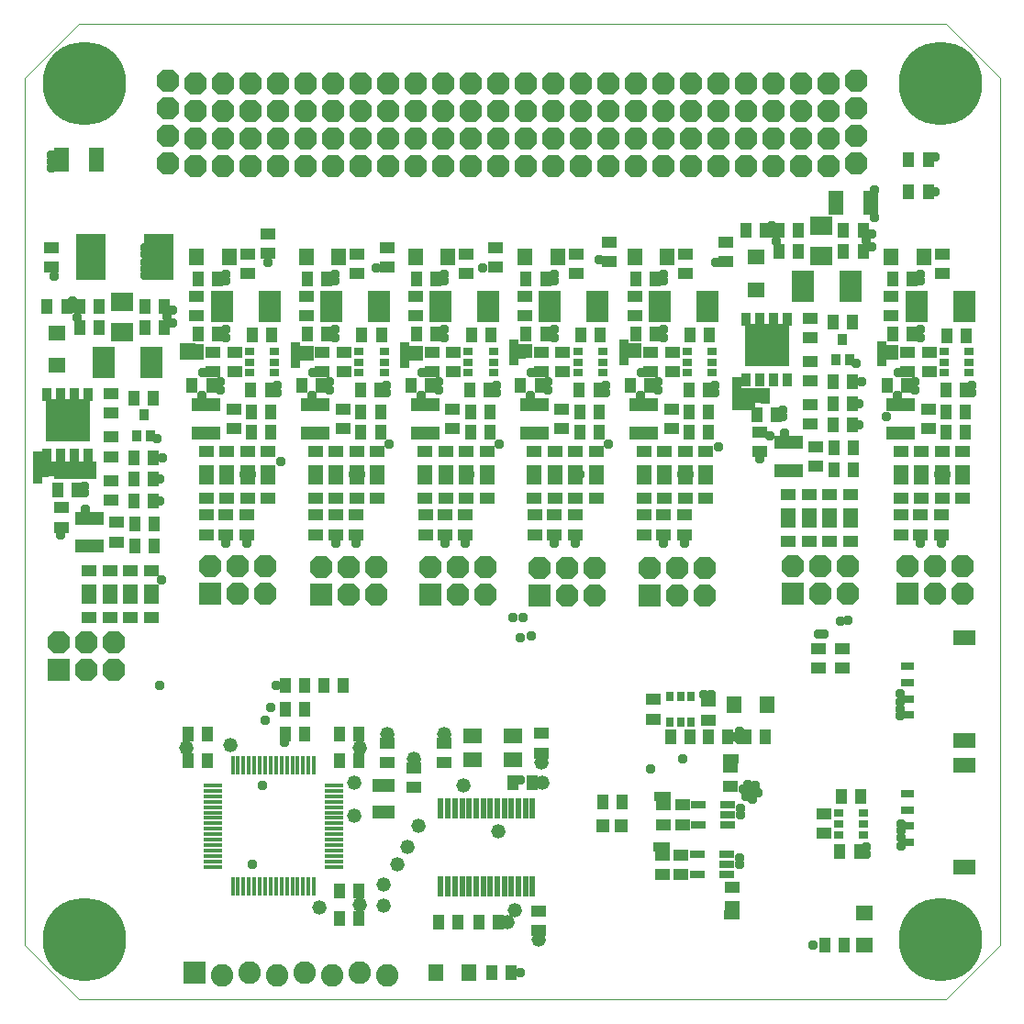
<source format=gts>
G75*
%MOIN*%
%OFA0B0*%
%FSLAX25Y25*%
%IPPOS*%
%LPD*%
%AMOC8*
5,1,8,0,0,1.08239X$1,22.5*
%
%ADD10R,0.01784X0.06902*%
%ADD11R,0.06902X0.01784*%
%ADD12R,0.02375X0.07690*%
%ADD13R,0.07887X0.04737*%
%ADD14R,0.03950X0.05524*%
%ADD15R,0.05524X0.03950*%
%ADD16C,0.05200*%
%ADD17R,0.07099X0.05721*%
%ADD18R,0.04737X0.01784*%
%ADD19R,0.01784X0.04737*%
%ADD20R,0.08200X0.08200*%
%ADD21C,0.08200*%
%ADD22OC8,0.08200*%
%ADD23C,0.00000*%
%ADD24C,0.30328*%
%ADD25R,0.02572X0.04737*%
%ADD26R,0.03556X0.04343*%
%ADD27R,0.03202X0.04816*%
%ADD28R,0.16194X0.15800*%
%ADD29R,0.03556X0.02800*%
%ADD30R,0.07887X0.11430*%
%ADD31R,0.05524X0.06312*%
%ADD32R,0.07887X0.07099*%
%ADD33R,0.10643X0.16548*%
%ADD34R,0.05524X0.08674*%
%ADD35R,0.06312X0.05524*%
%ADD36R,0.02800X0.03556*%
%ADD37R,0.05524X0.03162*%
%ADD38R,0.04737X0.03162*%
%ADD39R,0.07887X0.05721*%
%ADD40R,0.05131X0.04737*%
%ADD41C,0.03778*%
%ADD42R,0.03778X0.03778*%
D10*
X0078913Y0049438D03*
X0080882Y0049438D03*
X0082850Y0049438D03*
X0084819Y0049438D03*
X0086787Y0049438D03*
X0088756Y0049438D03*
X0090724Y0049438D03*
X0092693Y0049438D03*
X0094661Y0049438D03*
X0096630Y0049438D03*
X0098598Y0049438D03*
X0100567Y0049438D03*
X0102535Y0049438D03*
X0104504Y0049438D03*
X0106472Y0049438D03*
X0108441Y0049438D03*
X0108441Y0093533D03*
X0106472Y0093533D03*
X0104504Y0093533D03*
X0102535Y0093533D03*
X0100567Y0093533D03*
X0098598Y0093533D03*
X0096630Y0093533D03*
X0094661Y0093533D03*
X0092693Y0093533D03*
X0090724Y0093533D03*
X0088756Y0093533D03*
X0086787Y0093533D03*
X0084819Y0093533D03*
X0082850Y0093533D03*
X0080882Y0093533D03*
X0078913Y0093533D03*
D11*
X0071630Y0086249D03*
X0071630Y0084281D03*
X0071630Y0082312D03*
X0071630Y0080344D03*
X0071630Y0078375D03*
X0071630Y0076407D03*
X0071630Y0074438D03*
X0071630Y0072470D03*
X0071630Y0070501D03*
X0071630Y0068533D03*
X0071630Y0066564D03*
X0071630Y0064596D03*
X0071630Y0062627D03*
X0071630Y0060659D03*
X0071630Y0058690D03*
X0071630Y0056722D03*
X0115724Y0056722D03*
X0115724Y0058690D03*
X0115724Y0060659D03*
X0115724Y0062627D03*
X0115724Y0064596D03*
X0115724Y0066564D03*
X0115724Y0068533D03*
X0115724Y0070501D03*
X0115724Y0072470D03*
X0115724Y0074438D03*
X0115724Y0076407D03*
X0115724Y0078375D03*
X0115724Y0080344D03*
X0115724Y0082312D03*
X0115724Y0084281D03*
X0115724Y0086249D03*
D12*
X0154543Y0077785D03*
X0157102Y0077785D03*
X0159661Y0077785D03*
X0162220Y0077785D03*
X0164780Y0077785D03*
X0167339Y0077785D03*
X0169898Y0077785D03*
X0172457Y0077785D03*
X0175016Y0077785D03*
X0177575Y0077785D03*
X0180134Y0077785D03*
X0182693Y0077785D03*
X0185252Y0077785D03*
X0187811Y0077785D03*
X0187811Y0049438D03*
X0185252Y0049438D03*
X0182693Y0049438D03*
X0180134Y0049438D03*
X0177575Y0049438D03*
X0175016Y0049438D03*
X0172457Y0049438D03*
X0169898Y0049438D03*
X0167339Y0049438D03*
X0164780Y0049438D03*
X0162220Y0049438D03*
X0159661Y0049438D03*
X0157102Y0049438D03*
X0154543Y0049438D03*
D13*
X0133677Y0076564D03*
X0133677Y0086407D03*
D14*
X0124701Y0095108D03*
X0117614Y0095108D03*
X0117614Y0104950D03*
X0124701Y0104950D03*
X0118992Y0122627D03*
X0111906Y0122627D03*
X0105213Y0122627D03*
X0098126Y0122627D03*
X0098126Y0113769D03*
X0105213Y0113769D03*
X0105213Y0104911D03*
X0098126Y0104911D03*
X0069740Y0104950D03*
X0062654Y0104950D03*
X0062654Y0095108D03*
X0069740Y0095108D03*
X0117614Y0047864D03*
X0124701Y0047864D03*
X0124701Y0038021D03*
X0117614Y0038021D03*
X0153697Y0036545D03*
X0160783Y0036545D03*
X0168303Y0036545D03*
X0175390Y0036545D03*
X0172929Y0018297D03*
X0180016Y0018297D03*
X0213283Y0080304D03*
X0220370Y0080304D03*
X0238008Y0103887D03*
X0245094Y0103887D03*
X0251669Y0103927D03*
X0258756Y0103927D03*
X0265449Y0103927D03*
X0272535Y0103927D03*
X0300016Y0082312D03*
X0307102Y0082312D03*
X0306602Y0062312D03*
X0299516Y0062312D03*
X0301079Y0028139D03*
X0293992Y0028139D03*
X0187791Y0087135D03*
X0180705Y0087135D03*
X0297260Y0200860D03*
X0304346Y0200860D03*
X0304346Y0208891D03*
X0297260Y0208891D03*
X0296945Y0217115D03*
X0304031Y0217115D03*
X0304031Y0224989D03*
X0296945Y0224989D03*
X0296945Y0232864D03*
X0304031Y0232864D03*
X0316575Y0231529D03*
X0323661Y0231529D03*
X0337902Y0230072D03*
X0344988Y0230072D03*
X0345161Y0222029D03*
X0338075Y0222029D03*
X0338075Y0214529D03*
X0345161Y0214529D03*
X0345370Y0249596D03*
X0338283Y0249596D03*
X0325685Y0250186D03*
X0318598Y0250186D03*
X0304031Y0254517D03*
X0296945Y0254517D03*
X0318598Y0270265D03*
X0325685Y0270265D03*
X0307969Y0280108D03*
X0300882Y0280108D03*
X0300882Y0287982D03*
X0307969Y0287982D03*
X0324504Y0301761D03*
X0331591Y0301761D03*
X0331591Y0313572D03*
X0324504Y0313572D03*
X0284346Y0287982D03*
X0277260Y0287982D03*
X0272535Y0287982D03*
X0265449Y0287982D03*
X0277260Y0280108D03*
X0284346Y0280108D03*
X0252181Y0250072D03*
X0245094Y0250072D03*
X0232378Y0250186D03*
X0225291Y0250186D03*
X0212417Y0250072D03*
X0205331Y0250072D03*
X0192614Y0250186D03*
X0185528Y0250186D03*
X0172654Y0250072D03*
X0165567Y0250072D03*
X0152850Y0250186D03*
X0145764Y0250186D03*
X0132890Y0250072D03*
X0125803Y0250072D03*
X0113087Y0250186D03*
X0106000Y0250186D03*
X0093126Y0250072D03*
X0086039Y0250072D03*
X0073323Y0250186D03*
X0066236Y0250186D03*
X0054031Y0252549D03*
X0046945Y0252549D03*
X0046945Y0260423D03*
X0054031Y0260423D03*
X0066236Y0270265D03*
X0073323Y0270265D03*
X0106000Y0270265D03*
X0113087Y0270265D03*
X0145764Y0270265D03*
X0152850Y0270265D03*
X0185528Y0270265D03*
X0192614Y0270265D03*
X0225291Y0270265D03*
X0232378Y0270265D03*
X0230354Y0231529D03*
X0223268Y0231529D03*
X0211917Y0230072D03*
X0204831Y0230072D03*
X0205004Y0222029D03*
X0212091Y0222029D03*
X0212091Y0214529D03*
X0205004Y0214529D03*
X0190591Y0231529D03*
X0183504Y0231529D03*
X0172327Y0222029D03*
X0165240Y0222029D03*
X0165240Y0214529D03*
X0172327Y0214529D03*
X0172154Y0230072D03*
X0165067Y0230072D03*
X0150827Y0231529D03*
X0143740Y0231529D03*
X0132390Y0230072D03*
X0125303Y0230072D03*
X0125476Y0222029D03*
X0132563Y0222029D03*
X0132563Y0214529D03*
X0125476Y0214529D03*
X0111063Y0231529D03*
X0103976Y0231529D03*
X0092626Y0230072D03*
X0085539Y0230072D03*
X0085713Y0222029D03*
X0092799Y0222029D03*
X0092799Y0214529D03*
X0085713Y0214529D03*
X0071299Y0231529D03*
X0064213Y0231529D03*
X0050094Y0226958D03*
X0043008Y0226958D03*
X0043008Y0205304D03*
X0050094Y0205304D03*
X0050094Y0197430D03*
X0043008Y0197430D03*
X0043008Y0189556D03*
X0050094Y0189556D03*
X0050409Y0181332D03*
X0043323Y0181332D03*
X0043323Y0173301D03*
X0050409Y0173301D03*
X0022535Y0193493D03*
X0015449Y0193493D03*
X0023323Y0252549D03*
X0030409Y0252549D03*
X0030409Y0260423D03*
X0023323Y0260423D03*
X0018598Y0260423D03*
X0011512Y0260423D03*
X0244594Y0230072D03*
X0251681Y0230072D03*
X0251854Y0222029D03*
X0244768Y0222029D03*
X0244768Y0214529D03*
X0251854Y0214529D03*
X0269386Y0221052D03*
X0276472Y0221052D03*
D15*
X0270524Y0214678D03*
X0270524Y0207592D03*
X0280803Y0191903D03*
X0280803Y0184816D03*
X0280803Y0181903D03*
X0280803Y0174816D03*
X0288303Y0174816D03*
X0288303Y0181903D03*
X0288303Y0184816D03*
X0288303Y0191903D03*
X0295803Y0191903D03*
X0295803Y0184816D03*
X0295803Y0181903D03*
X0295803Y0174816D03*
X0303303Y0174816D03*
X0303303Y0181903D03*
X0303303Y0184816D03*
X0303303Y0191903D03*
X0290803Y0202316D03*
X0290803Y0209403D03*
X0288677Y0217509D03*
X0288677Y0224596D03*
X0288677Y0233257D03*
X0288677Y0240344D03*
X0288677Y0249005D03*
X0288677Y0256092D03*
X0318205Y0256879D03*
X0318205Y0263966D03*
X0336709Y0272234D03*
X0336709Y0279320D03*
X0331945Y0243615D03*
X0331945Y0236529D03*
X0324110Y0236604D03*
X0324110Y0243690D03*
X0331618Y0223072D03*
X0331618Y0215986D03*
X0329118Y0207541D03*
X0329118Y0200454D03*
X0329118Y0197541D03*
X0329118Y0190454D03*
X0328835Y0184438D03*
X0328835Y0177352D03*
X0321748Y0177352D03*
X0321748Y0184438D03*
X0321618Y0190454D03*
X0321618Y0197541D03*
X0321618Y0200454D03*
X0321618Y0207541D03*
X0336618Y0207541D03*
X0336618Y0200454D03*
X0336618Y0197541D03*
X0336618Y0190454D03*
X0336315Y0184438D03*
X0336315Y0177352D03*
X0344118Y0190454D03*
X0344118Y0197541D03*
X0344118Y0200454D03*
X0344118Y0207541D03*
X0300488Y0136013D03*
X0300488Y0128927D03*
X0291630Y0128927D03*
X0291630Y0136013D03*
X0251551Y0116930D03*
X0251551Y0109844D03*
X0259750Y0092883D03*
X0259750Y0085797D03*
X0242250Y0079133D03*
X0235500Y0079133D03*
X0235500Y0072047D03*
X0242250Y0072047D03*
X0241646Y0061082D03*
X0234896Y0061082D03*
X0234896Y0053995D03*
X0241646Y0053995D03*
X0260396Y0049332D03*
X0260396Y0042245D03*
X0293559Y0068769D03*
X0293559Y0075856D03*
X0231551Y0110344D03*
X0231551Y0117430D03*
X0191118Y0105127D03*
X0191118Y0098041D03*
X0155685Y0101525D03*
X0155685Y0094438D03*
X0144858Y0092667D03*
X0144858Y0085580D03*
X0135016Y0094438D03*
X0135016Y0101525D03*
X0190134Y0040659D03*
X0190134Y0033572D03*
X0188677Y0177352D03*
X0188677Y0184438D03*
X0188547Y0190454D03*
X0188547Y0197541D03*
X0188547Y0200454D03*
X0188547Y0207541D03*
X0196047Y0207541D03*
X0196047Y0200454D03*
X0196047Y0197541D03*
X0196047Y0190454D03*
X0195764Y0184438D03*
X0195764Y0177352D03*
X0203244Y0177352D03*
X0203244Y0184438D03*
X0203547Y0190454D03*
X0203547Y0197541D03*
X0203547Y0200454D03*
X0203547Y0207541D03*
X0211047Y0207541D03*
X0211047Y0200454D03*
X0211047Y0197541D03*
X0211047Y0190454D03*
X0228311Y0190454D03*
X0228441Y0184438D03*
X0228441Y0177352D03*
X0235528Y0177352D03*
X0235528Y0184438D03*
X0235811Y0190454D03*
X0235811Y0197541D03*
X0235811Y0200454D03*
X0235811Y0207541D03*
X0228311Y0207541D03*
X0228311Y0200454D03*
X0228311Y0197541D03*
X0243311Y0197541D03*
X0243311Y0200454D03*
X0243311Y0207541D03*
X0250811Y0207541D03*
X0250811Y0200454D03*
X0250811Y0197541D03*
X0250811Y0190454D03*
X0243311Y0190454D03*
X0243008Y0184438D03*
X0243008Y0177352D03*
X0238311Y0215986D03*
X0238311Y0223072D03*
X0238638Y0236529D03*
X0238638Y0243615D03*
X0230803Y0243690D03*
X0230803Y0236604D03*
X0224898Y0256879D03*
X0224898Y0263966D03*
X0215843Y0276564D03*
X0215843Y0283651D03*
X0203638Y0279320D03*
X0203638Y0272234D03*
X0185134Y0263966D03*
X0185134Y0256879D03*
X0191039Y0243690D03*
X0191039Y0236604D03*
X0198874Y0236529D03*
X0198874Y0243615D03*
X0198547Y0223072D03*
X0198547Y0215986D03*
X0171283Y0207541D03*
X0171283Y0200454D03*
X0171283Y0197541D03*
X0171283Y0190454D03*
X0163783Y0190454D03*
X0163480Y0184438D03*
X0163480Y0177352D03*
X0156000Y0177352D03*
X0156000Y0184438D03*
X0156283Y0190454D03*
X0156283Y0197541D03*
X0156283Y0200454D03*
X0156283Y0207541D03*
X0148783Y0207541D03*
X0148783Y0200454D03*
X0148783Y0197541D03*
X0148783Y0190454D03*
X0148913Y0184438D03*
X0148913Y0177352D03*
X0131520Y0190454D03*
X0131520Y0197541D03*
X0131520Y0200454D03*
X0131520Y0207541D03*
X0124020Y0207541D03*
X0124020Y0200454D03*
X0124020Y0197541D03*
X0124020Y0190454D03*
X0123717Y0184438D03*
X0123717Y0177352D03*
X0116236Y0177352D03*
X0116236Y0184438D03*
X0116520Y0190454D03*
X0116520Y0197541D03*
X0116520Y0200454D03*
X0116520Y0207541D03*
X0109020Y0207541D03*
X0109020Y0200454D03*
X0109020Y0197541D03*
X0109020Y0190454D03*
X0109150Y0184438D03*
X0109150Y0177352D03*
X0091756Y0190454D03*
X0091756Y0197541D03*
X0091756Y0200454D03*
X0091756Y0207541D03*
X0084256Y0207541D03*
X0084256Y0200454D03*
X0084256Y0197541D03*
X0084256Y0190454D03*
X0083953Y0184438D03*
X0083953Y0177352D03*
X0076472Y0177352D03*
X0069386Y0177352D03*
X0069386Y0184438D03*
X0069256Y0190454D03*
X0069256Y0197541D03*
X0069256Y0200454D03*
X0069256Y0207541D03*
X0076756Y0207541D03*
X0076756Y0200454D03*
X0076756Y0197541D03*
X0076756Y0190454D03*
X0076472Y0184438D03*
X0049366Y0164344D03*
X0049366Y0157257D03*
X0049366Y0154344D03*
X0049366Y0147257D03*
X0041866Y0147257D03*
X0041866Y0154344D03*
X0041866Y0157257D03*
X0041866Y0164344D03*
X0034366Y0164344D03*
X0034366Y0157257D03*
X0034366Y0154344D03*
X0034366Y0147257D03*
X0026866Y0147257D03*
X0026866Y0154344D03*
X0026866Y0157257D03*
X0026866Y0164344D03*
X0036866Y0174757D03*
X0036866Y0181844D03*
X0034740Y0189950D03*
X0034740Y0197037D03*
X0034740Y0205698D03*
X0034740Y0212785D03*
X0034740Y0221446D03*
X0034740Y0228533D03*
X0065843Y0256879D03*
X0065843Y0263966D03*
X0084346Y0272234D03*
X0084346Y0279320D03*
X0091827Y0279517D03*
X0091827Y0286604D03*
X0105606Y0263966D03*
X0105606Y0256879D03*
X0111512Y0243690D03*
X0111512Y0236604D03*
X0119346Y0236529D03*
X0119346Y0243615D03*
X0119020Y0223072D03*
X0119020Y0215986D03*
X0151276Y0236604D03*
X0151276Y0243690D03*
X0159110Y0243615D03*
X0159110Y0236529D03*
X0158783Y0223072D03*
X0158783Y0215986D03*
X0163783Y0207541D03*
X0163783Y0200454D03*
X0163783Y0197541D03*
X0145370Y0256879D03*
X0145370Y0263966D03*
X0135134Y0274596D03*
X0135134Y0281682D03*
X0124110Y0279320D03*
X0124110Y0272234D03*
X0163874Y0272234D03*
X0163874Y0279320D03*
X0174504Y0281682D03*
X0174504Y0274596D03*
X0243402Y0272234D03*
X0243402Y0279320D03*
X0258165Y0276564D03*
X0258165Y0283651D03*
X0079583Y0243615D03*
X0079583Y0236529D03*
X0071748Y0236604D03*
X0071748Y0243690D03*
X0079256Y0223072D03*
X0079256Y0215986D03*
X0016587Y0187119D03*
X0016587Y0180033D03*
X0013087Y0274596D03*
X0013087Y0281682D03*
D16*
X0135016Y0104950D03*
X0125173Y0100029D03*
X0123205Y0087234D03*
X0123205Y0075423D03*
X0142313Y0064004D03*
X0138692Y0057756D03*
X0133677Y0050236D03*
X0133677Y0042736D03*
X0125173Y0042942D03*
X0110409Y0041958D03*
X0146227Y0071486D03*
X0162575Y0086249D03*
X0175370Y0069517D03*
X0191217Y0087135D03*
X0191118Y0094615D03*
X0155685Y0104950D03*
X0144858Y0096092D03*
X0181276Y0040974D03*
X0178815Y0036545D03*
X0190134Y0030147D03*
X0077929Y0101013D03*
X0062181Y0100029D03*
D17*
X0166039Y0104281D03*
X0166039Y0095619D03*
X0180606Y0095619D03*
X0180606Y0104281D03*
D18*
X0190134Y0041367D03*
D19*
X0167988Y0036545D03*
X0180390Y0087135D03*
X0116922Y0104881D03*
X0070203Y0105081D03*
X0116844Y0038016D03*
D20*
X0064976Y0018167D03*
X0015685Y0128257D03*
X0070803Y0155816D03*
X0110961Y0155619D03*
X0150724Y0155619D03*
X0190488Y0155423D03*
X0230252Y0155423D03*
X0282220Y0155816D03*
X0323953Y0155816D03*
D21*
X0134976Y0017167D03*
X0124976Y0018167D03*
X0114976Y0017167D03*
X0104976Y0018167D03*
X0094976Y0017167D03*
X0084976Y0018167D03*
X0074976Y0017167D03*
D22*
X0035685Y0128257D03*
X0025685Y0128257D03*
X0025685Y0138257D03*
X0035685Y0138257D03*
X0015685Y0138257D03*
X0070803Y0165816D03*
X0080803Y0165816D03*
X0080803Y0155816D03*
X0090803Y0155816D03*
X0090803Y0165816D03*
X0110961Y0165619D03*
X0120961Y0165619D03*
X0120961Y0155619D03*
X0130961Y0155619D03*
X0130961Y0165619D03*
X0150724Y0165619D03*
X0160724Y0165619D03*
X0160724Y0155619D03*
X0170724Y0155619D03*
X0170724Y0165619D03*
X0190488Y0165423D03*
X0200488Y0165423D03*
X0210488Y0165423D03*
X0210488Y0155423D03*
X0200488Y0155423D03*
X0230252Y0165423D03*
X0240252Y0165423D03*
X0250252Y0165423D03*
X0250252Y0155423D03*
X0240252Y0155423D03*
X0282220Y0165816D03*
X0292220Y0165816D03*
X0292220Y0155816D03*
X0302220Y0155816D03*
X0302220Y0165816D03*
X0323953Y0165816D03*
X0333953Y0165816D03*
X0343953Y0165816D03*
X0343953Y0155816D03*
X0333953Y0155816D03*
X0305409Y0312131D03*
X0305409Y0322131D03*
X0305409Y0332131D03*
X0305409Y0342131D03*
X0295409Y0341131D03*
X0285409Y0341131D03*
X0275409Y0341131D03*
X0265409Y0341131D03*
X0255409Y0341131D03*
X0245409Y0341131D03*
X0235409Y0341131D03*
X0225409Y0341131D03*
X0215409Y0341131D03*
X0205409Y0341131D03*
X0195409Y0341131D03*
X0185409Y0341131D03*
X0175409Y0341131D03*
X0165409Y0341131D03*
X0155409Y0341131D03*
X0145409Y0341131D03*
X0135409Y0341131D03*
X0125409Y0341131D03*
X0115409Y0341131D03*
X0105409Y0341131D03*
X0095409Y0341131D03*
X0085409Y0341131D03*
X0075409Y0341131D03*
X0065409Y0341131D03*
X0065409Y0331131D03*
X0065409Y0321131D03*
X0065409Y0311131D03*
X0075409Y0311131D03*
X0085409Y0311131D03*
X0085409Y0321131D03*
X0075409Y0321131D03*
X0075409Y0331131D03*
X0085409Y0331131D03*
X0095409Y0331131D03*
X0095409Y0321131D03*
X0095409Y0311131D03*
X0105409Y0311131D03*
X0105409Y0321131D03*
X0105409Y0331131D03*
X0115409Y0331131D03*
X0115409Y0321131D03*
X0125409Y0321131D03*
X0125409Y0331131D03*
X0135409Y0331131D03*
X0135409Y0321131D03*
X0135409Y0311131D03*
X0125409Y0311131D03*
X0115409Y0311131D03*
X0145409Y0311131D03*
X0145409Y0321131D03*
X0145409Y0331131D03*
X0155409Y0331131D03*
X0155409Y0321131D03*
X0155409Y0311131D03*
X0165409Y0311131D03*
X0175409Y0311131D03*
X0175409Y0321131D03*
X0165409Y0321131D03*
X0165409Y0331131D03*
X0175409Y0331131D03*
X0185409Y0331131D03*
X0185409Y0321131D03*
X0185409Y0311131D03*
X0195409Y0311131D03*
X0195409Y0321131D03*
X0195409Y0331131D03*
X0205409Y0331131D03*
X0205409Y0321131D03*
X0205409Y0311131D03*
X0215409Y0311131D03*
X0225409Y0311131D03*
X0225409Y0321131D03*
X0215409Y0321131D03*
X0215409Y0331131D03*
X0225409Y0331131D03*
X0235409Y0331131D03*
X0235409Y0321131D03*
X0235409Y0311131D03*
X0245409Y0311131D03*
X0245409Y0321131D03*
X0245409Y0331131D03*
X0255409Y0331131D03*
X0255409Y0321131D03*
X0265409Y0321131D03*
X0265409Y0331131D03*
X0275409Y0331131D03*
X0275409Y0321131D03*
X0275409Y0311131D03*
X0265409Y0311131D03*
X0255409Y0311131D03*
X0285409Y0311131D03*
X0285409Y0321131D03*
X0285409Y0331131D03*
X0295409Y0331131D03*
X0295409Y0321131D03*
X0295409Y0311131D03*
X0055409Y0312131D03*
X0055409Y0322131D03*
X0055409Y0332131D03*
X0055409Y0342131D03*
D23*
X0022929Y0008454D02*
X0337890Y0008454D01*
X0357575Y0028139D01*
X0357575Y0343100D01*
X0337890Y0362785D01*
X0022929Y0362785D01*
X0003244Y0343100D01*
X0003244Y0028139D01*
X0022929Y0008454D01*
D24*
X0024898Y0030108D03*
X0024898Y0341131D03*
X0335921Y0341131D03*
X0335921Y0030108D03*
D25*
X0284642Y0200741D03*
X0282083Y0200741D03*
X0279524Y0200741D03*
X0276965Y0200741D03*
X0276965Y0210978D03*
X0279524Y0210978D03*
X0282083Y0210978D03*
X0284642Y0210978D03*
X0317780Y0214411D03*
X0320339Y0214411D03*
X0322898Y0214411D03*
X0325457Y0214411D03*
X0325457Y0224647D03*
X0322898Y0224647D03*
X0320339Y0224647D03*
X0317780Y0224647D03*
X0232150Y0224647D03*
X0229591Y0224647D03*
X0227031Y0224647D03*
X0224472Y0224647D03*
X0224472Y0214411D03*
X0227031Y0214411D03*
X0229591Y0214411D03*
X0232150Y0214411D03*
X0192386Y0214411D03*
X0189827Y0214411D03*
X0187268Y0214411D03*
X0184709Y0214411D03*
X0184709Y0224647D03*
X0187268Y0224647D03*
X0189827Y0224647D03*
X0192386Y0224647D03*
X0152622Y0224647D03*
X0150063Y0224647D03*
X0147504Y0224647D03*
X0144945Y0224647D03*
X0144945Y0214411D03*
X0147504Y0214411D03*
X0150063Y0214411D03*
X0152622Y0214411D03*
X0112858Y0214411D03*
X0110299Y0214411D03*
X0107740Y0214411D03*
X0105181Y0214411D03*
X0105181Y0224647D03*
X0107740Y0224647D03*
X0110299Y0224647D03*
X0112858Y0224647D03*
X0073094Y0224647D03*
X0070535Y0224647D03*
X0067976Y0224647D03*
X0065417Y0224647D03*
X0065417Y0214411D03*
X0067976Y0214411D03*
X0070535Y0214411D03*
X0073094Y0214411D03*
X0030705Y0183419D03*
X0028146Y0183419D03*
X0025587Y0183419D03*
X0023028Y0183419D03*
X0023028Y0173182D03*
X0025587Y0173182D03*
X0028146Y0173182D03*
X0030705Y0173182D03*
D26*
X0043992Y0213375D03*
X0049110Y0213375D03*
X0046551Y0220856D03*
X0297929Y0240934D03*
X0303047Y0240934D03*
X0300488Y0248415D03*
D27*
X0280429Y0255678D03*
X0275429Y0255678D03*
X0270429Y0255678D03*
X0265429Y0255678D03*
X0265429Y0233671D03*
X0270429Y0233671D03*
X0275429Y0233671D03*
X0280429Y0233671D03*
X0026492Y0228119D03*
X0021492Y0228119D03*
X0016492Y0228119D03*
X0011492Y0228119D03*
X0011492Y0206112D03*
X0016492Y0206112D03*
X0021492Y0206112D03*
X0026492Y0206112D03*
D28*
X0018992Y0218848D03*
X0272929Y0246407D03*
D29*
X0253213Y0244009D03*
X0253213Y0240072D03*
X0253213Y0236135D03*
X0244063Y0236135D03*
X0244063Y0240072D03*
X0244063Y0244009D03*
X0213449Y0244009D03*
X0213449Y0240072D03*
X0213449Y0236135D03*
X0204299Y0236135D03*
X0204299Y0240072D03*
X0204299Y0244009D03*
X0173685Y0244009D03*
X0173685Y0240072D03*
X0173685Y0236135D03*
X0164535Y0236135D03*
X0164535Y0240072D03*
X0164535Y0244009D03*
X0133921Y0244009D03*
X0133921Y0240072D03*
X0133921Y0236135D03*
X0124772Y0236135D03*
X0124772Y0240072D03*
X0124772Y0244009D03*
X0094157Y0244009D03*
X0094157Y0240072D03*
X0094157Y0236135D03*
X0085008Y0236135D03*
X0085008Y0240072D03*
X0085008Y0244009D03*
X0298984Y0076249D03*
X0298984Y0072312D03*
X0298984Y0068375D03*
X0308134Y0068375D03*
X0308134Y0072312D03*
X0308134Y0076249D03*
X0337370Y0236135D03*
X0337370Y0240072D03*
X0337370Y0244009D03*
X0346520Y0244009D03*
X0346520Y0240072D03*
X0346520Y0236135D03*
D30*
X0344583Y0260423D03*
X0327260Y0260423D03*
X0303244Y0267509D03*
X0285921Y0267509D03*
X0251276Y0260423D03*
X0233953Y0260423D03*
X0211512Y0260423D03*
X0194189Y0260423D03*
X0171748Y0260423D03*
X0154425Y0260423D03*
X0131984Y0260423D03*
X0114661Y0260423D03*
X0092220Y0260423D03*
X0074898Y0260423D03*
X0049307Y0239950D03*
X0031984Y0239950D03*
D31*
X0065843Y0278139D03*
X0077654Y0278139D03*
X0105606Y0278139D03*
X0117417Y0278139D03*
X0145370Y0278139D03*
X0157181Y0278139D03*
X0185134Y0278139D03*
X0196945Y0278139D03*
X0224898Y0278139D03*
X0236709Y0278139D03*
X0318205Y0278139D03*
X0330016Y0278139D03*
X0272929Y0115738D03*
X0261118Y0115738D03*
X0164661Y0018297D03*
X0152850Y0018297D03*
D32*
X0038677Y0250974D03*
X0038677Y0261997D03*
X0292614Y0278533D03*
X0292614Y0289556D03*
D33*
X0052063Y0278139D03*
X0027260Y0278139D03*
D34*
X0029228Y0313572D03*
X0016630Y0313572D03*
X0298126Y0297824D03*
X0310724Y0297824D03*
D35*
X0268992Y0278139D03*
X0268992Y0266328D03*
X0308362Y0039950D03*
X0308362Y0028139D03*
X0015055Y0238769D03*
X0015055Y0250580D03*
D36*
X0237614Y0118462D03*
X0241551Y0118462D03*
X0245488Y0118462D03*
X0245488Y0109312D03*
X0241551Y0109312D03*
X0237614Y0109312D03*
D37*
X0248185Y0079330D03*
X0248185Y0071850D03*
X0247831Y0061279D03*
X0247831Y0053799D03*
X0258461Y0053799D03*
X0258461Y0057539D03*
X0258461Y0061279D03*
X0258815Y0071850D03*
X0258815Y0075590D03*
X0258815Y0079330D03*
D38*
X0324110Y0077352D03*
X0324110Y0083257D03*
X0324110Y0071446D03*
X0324110Y0065541D03*
X0324110Y0111801D03*
X0324110Y0117706D03*
X0324110Y0123612D03*
X0324110Y0129517D03*
D39*
X0344583Y0139773D03*
X0344583Y0102726D03*
X0344583Y0093513D03*
X0344583Y0056466D03*
D40*
X0220173Y0071446D03*
X0213480Y0071446D03*
D41*
X0230606Y0092115D03*
X0242417Y0096052D03*
X0261118Y0103927D03*
X0263087Y0102942D03*
X0263087Y0105895D03*
X0252551Y0119387D03*
X0250051Y0119387D03*
X0266064Y0086513D03*
X0264489Y0084938D03*
X0265277Y0082379D03*
X0267639Y0081395D03*
X0267245Y0084151D03*
X0269607Y0083757D03*
X0268820Y0086119D03*
X0263500Y0078090D03*
X0263500Y0075590D03*
X0263146Y0060039D03*
X0263146Y0057539D03*
X0289661Y0028139D03*
X0309059Y0061312D03*
X0309059Y0063812D03*
X0321748Y0064360D03*
X0321748Y0067115D03*
X0321748Y0069871D03*
X0321748Y0072234D03*
X0321354Y0111604D03*
X0321354Y0113966D03*
X0321354Y0116722D03*
X0321354Y0119478D03*
X0299858Y0145856D03*
X0302220Y0146249D03*
X0293598Y0141328D03*
X0291630Y0141328D03*
X0328835Y0174202D03*
X0336315Y0174202D03*
X0335437Y0199210D03*
X0337996Y0199210D03*
X0316236Y0220268D03*
X0320218Y0227829D03*
X0326618Y0230029D03*
X0326618Y0232785D03*
X0320567Y0236407D03*
X0307378Y0232864D03*
X0305409Y0239753D03*
X0306394Y0224989D03*
X0306394Y0217115D03*
X0279403Y0214160D03*
X0273951Y0213270D03*
X0278835Y0220265D03*
X0278835Y0222627D03*
X0270449Y0204942D03*
X0255462Y0209241D03*
X0244689Y0199210D03*
X0242130Y0199210D03*
X0243008Y0174202D03*
X0235528Y0174202D03*
X0204925Y0199210D03*
X0202366Y0199210D03*
X0215379Y0210383D03*
X0214374Y0229072D03*
X0214374Y0231572D03*
X0226911Y0227829D03*
X0233311Y0230029D03*
X0233311Y0232785D03*
X0227260Y0236407D03*
X0235331Y0249005D03*
X0235331Y0251761D03*
X0235331Y0269478D03*
X0235331Y0271840D03*
X0254228Y0276171D03*
X0274701Y0286997D03*
X0274701Y0289753D03*
X0276276Y0283848D03*
X0308953Y0284241D03*
X0310921Y0281879D03*
X0310921Y0286604D03*
X0311906Y0292706D03*
X0311906Y0302549D03*
X0333953Y0301761D03*
X0333953Y0314556D03*
X0328638Y0271840D03*
X0328638Y0269478D03*
X0328638Y0251761D03*
X0328638Y0249005D03*
X0347445Y0231572D03*
X0347445Y0229072D03*
X0295803Y0184360D03*
X0254138Y0229072D03*
X0254138Y0231572D03*
X0211906Y0277155D03*
X0195567Y0271840D03*
X0195567Y0269478D03*
X0195567Y0251761D03*
X0195567Y0249005D03*
X0187496Y0236407D03*
X0193547Y0232785D03*
X0193547Y0230029D03*
X0187147Y0227829D03*
X0174610Y0229072D03*
X0174610Y0231572D03*
X0155803Y0249005D03*
X0155803Y0251761D03*
X0155803Y0269478D03*
X0155803Y0271840D03*
X0169583Y0274202D03*
X0131197Y0274202D03*
X0116039Y0271840D03*
X0116039Y0269478D03*
X0116039Y0251761D03*
X0116039Y0249005D03*
X0107969Y0236407D03*
X0114020Y0232785D03*
X0114020Y0230029D03*
X0107620Y0227829D03*
X0095083Y0229072D03*
X0095083Y0231572D03*
X0076276Y0249005D03*
X0076276Y0251761D03*
X0076276Y0269478D03*
X0076276Y0271840D03*
X0091827Y0276171D03*
X0056984Y0259045D03*
X0055016Y0256682D03*
X0056984Y0254320D03*
X0047142Y0271643D03*
X0047142Y0274005D03*
X0047142Y0276367D03*
X0047142Y0279123D03*
X0047142Y0281486D03*
X0022339Y0256289D03*
X0020764Y0259438D03*
X0020764Y0262194D03*
X0014071Y0271249D03*
X0012890Y0310619D03*
X0012890Y0312982D03*
X0012890Y0315344D03*
X0068205Y0236407D03*
X0074256Y0232785D03*
X0074256Y0230029D03*
X0067856Y0227829D03*
X0051472Y0212194D03*
X0053441Y0205304D03*
X0052457Y0197430D03*
X0052457Y0189556D03*
X0025466Y0186601D03*
X0024898Y0192706D03*
X0024898Y0195068D03*
X0016512Y0177383D03*
X0041866Y0156801D03*
X0053069Y0160873D03*
X0076472Y0174202D03*
X0083953Y0174202D03*
X0083075Y0199210D03*
X0085634Y0199210D03*
X0096256Y0203828D03*
X0122839Y0199210D03*
X0125398Y0199210D03*
X0135852Y0210383D03*
X0134846Y0229072D03*
X0134846Y0231572D03*
X0147383Y0227829D03*
X0153783Y0230029D03*
X0153783Y0232785D03*
X0147732Y0236407D03*
X0175616Y0210383D03*
X0165161Y0199210D03*
X0162602Y0199210D03*
X0163480Y0174202D03*
X0156000Y0174202D03*
X0180569Y0147234D03*
X0184346Y0147234D03*
X0187299Y0140608D03*
X0183362Y0139959D03*
X0195764Y0174202D03*
X0203244Y0174202D03*
X0123717Y0174202D03*
X0116236Y0174202D03*
X0094780Y0122627D03*
X0092811Y0114753D03*
X0090843Y0109832D03*
X0097732Y0101958D03*
X0089858Y0086210D03*
X0085921Y0057667D03*
X0052457Y0122627D03*
X0183362Y0088178D03*
X0187299Y0086210D03*
X0183362Y0018297D03*
D42*
X0233537Y0063932D03*
X0236037Y0063932D03*
X0236359Y0082196D03*
X0233859Y0082196D03*
X0258609Y0095946D03*
X0261109Y0095946D03*
X0261537Y0039182D03*
X0259037Y0039182D03*
X0261906Y0224399D03*
X0264661Y0224399D03*
X0267024Y0224399D03*
X0266827Y0226958D03*
X0266827Y0228927D03*
X0264268Y0228927D03*
X0264268Y0226761D03*
X0261906Y0227352D03*
X0261906Y0230304D03*
X0261906Y0233060D03*
X0269583Y0228927D03*
X0269583Y0226958D03*
X0272339Y0226564D03*
X0272339Y0228927D03*
X0314661Y0240147D03*
X0314661Y0243100D03*
X0316630Y0242509D03*
X0316630Y0244675D03*
X0314661Y0246052D03*
X0319189Y0244675D03*
X0319189Y0242706D03*
X0225882Y0243297D03*
X0225882Y0245265D03*
X0223323Y0245265D03*
X0223323Y0243100D03*
X0220961Y0243690D03*
X0220961Y0240738D03*
X0220961Y0246643D03*
X0186118Y0245068D03*
X0186118Y0243100D03*
X0183559Y0242903D03*
X0183559Y0245068D03*
X0181197Y0246446D03*
X0181197Y0243493D03*
X0181197Y0240541D03*
X0146354Y0242312D03*
X0146354Y0244281D03*
X0143795Y0244281D03*
X0143795Y0242115D03*
X0141433Y0242706D03*
X0141433Y0239753D03*
X0141433Y0245659D03*
X0106591Y0244281D03*
X0106591Y0242312D03*
X0104031Y0242115D03*
X0104031Y0244281D03*
X0101669Y0245659D03*
X0101669Y0242706D03*
X0101669Y0239753D03*
X0066630Y0242509D03*
X0066630Y0244871D03*
X0063874Y0245265D03*
X0061512Y0245265D03*
X0061512Y0242509D03*
X0063874Y0242509D03*
X0027654Y0202155D03*
X0027654Y0199202D03*
X0024701Y0199202D03*
X0024701Y0202155D03*
X0021748Y0202155D03*
X0018795Y0202155D03*
X0015843Y0202155D03*
X0015843Y0199202D03*
X0018795Y0199202D03*
X0021748Y0199202D03*
X0012890Y0200186D03*
X0012890Y0202155D03*
X0010331Y0202155D03*
X0010331Y0199989D03*
X0007969Y0200580D03*
X0007969Y0197627D03*
X0007969Y0203533D03*
X0007969Y0206092D03*
M02*

</source>
